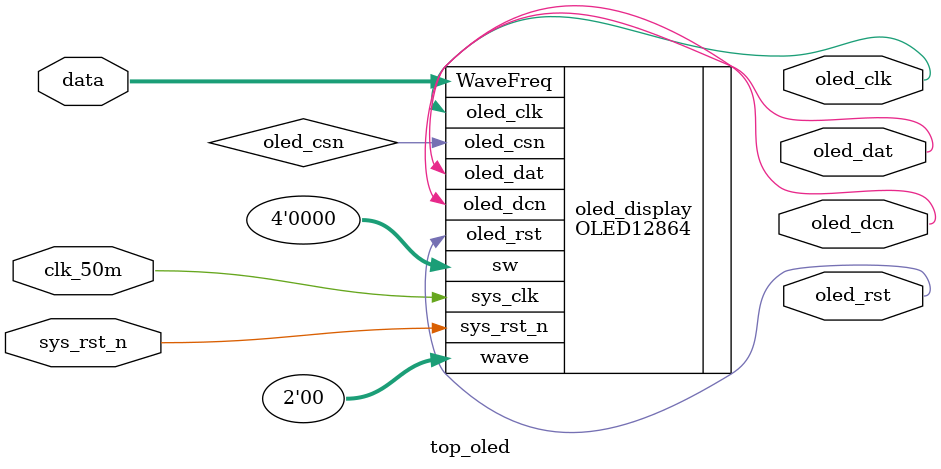
<source format=v>
module top_oled(
    input	clk_50m,    //系统时钟的输入
    input   sys_rst_n,  //复位信号
    input[26:0]   data,//输入的数据
    output	oled_rst,	//oled复位	
    output	oled_dcn,	//oled数据/命令控制
    output	oled_clk,	//SPI时钟信号
    output	oled_dat   //SPI数据信号
);
//wire	[26:0]  WaveFreq;
// 在你的顶层模块中
OLED12864 oled_display (
    .sys_clk(clk_50m),         // 提供50MHz时钟
    .sys_rst_n(sys_rst_n),     // 复位信号
    .sw(4'b0000),              // 开关全部关闭
    .wave(2'b00),               // 选择正弦波，把这个改成模式的选择与显示
    .WaveFreq(data),           // 输入的数据
    .oled_csn(oled_csn),       // 连接到OLED
    .oled_rst(oled_rst),
    .oled_dcn(oled_dcn), 
    .oled_clk(oled_clk),
    .oled_dat(oled_dat)
);
endmodule

</source>
